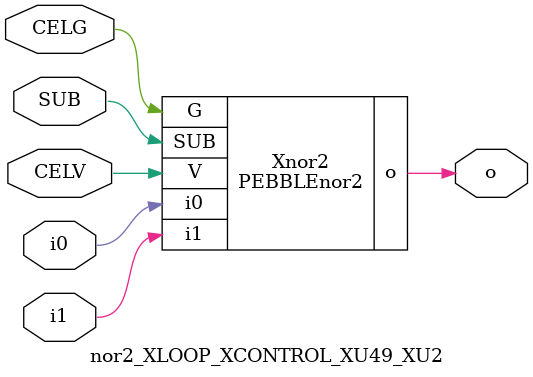
<source format=v>



module PEBBLEnor2 ( o, G, SUB, V, i0, i1 );

  input i0;
  input V;
  input i1;
  input G;
  output o;
  input SUB;
endmodule

//Celera Confidential Do Not Copy nor2_XLOOP_XCONTROL_XU49_XU2
//Celera Confidential Symbol Generator
//nor2
module nor2_XLOOP_XCONTROL_XU49_XU2 (CELV,CELG,i0,i1,o,SUB);
input CELV;
input CELG;
input i0;
input i1;
input SUB;
output o;

//Celera Confidential Do Not Copy nor2
PEBBLEnor2 Xnor2(
.V (CELV),
.i0 (i0),
.i1 (i1),
.o (o),
.SUB (SUB),
.G (CELG)
);
//,diesize,PEBBLEnor2

//Celera Confidential Do Not Copy Module End
//Celera Schematic Generator
endmodule

</source>
